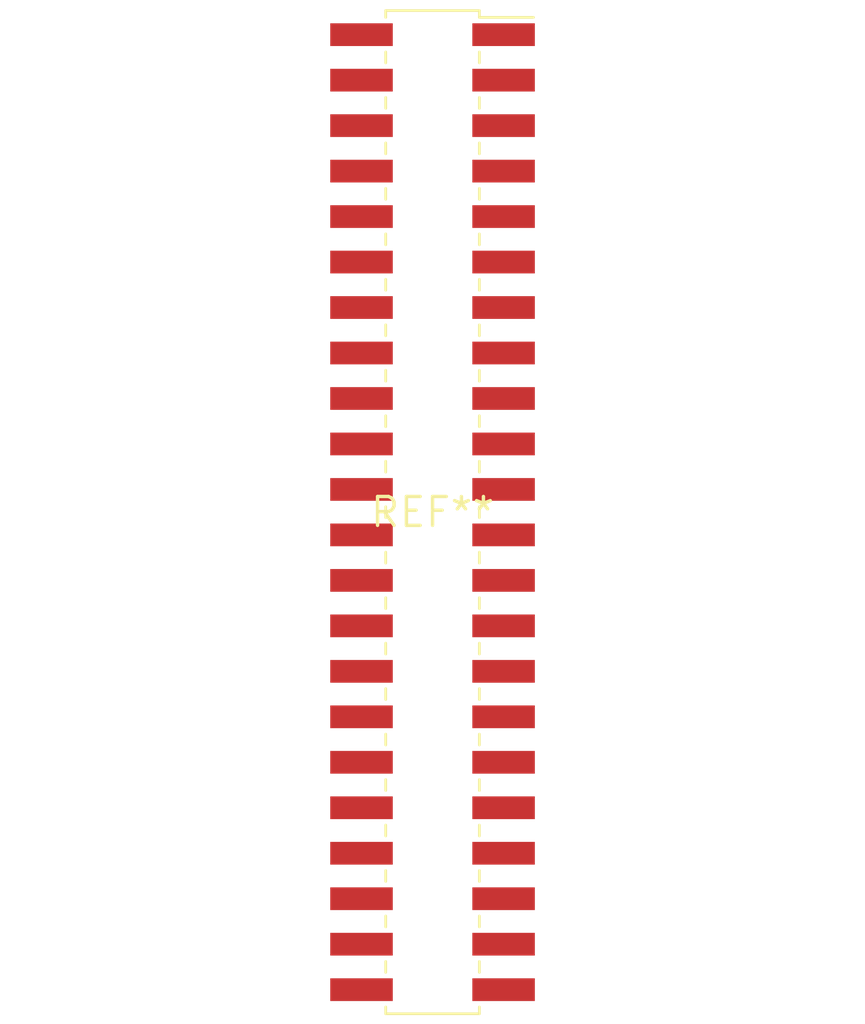
<source format=kicad_pcb>
(kicad_pcb (version 20240108) (generator pcbnew)
  (layers (0 "F.Cu" signal) (31 "B.Cu" signal) (34 "B.Paste" user) (35 "F.Paste" user) (36 "B.SilkS" user "B.Silkscreen") (37 "F.SilkS" user "F.Silkscreen") (38 "B.Mask" user) (39 "F.Mask" user) (44 "Edge.Cuts" user))
  (net 0 "")
  (footprint "PinSocket_2x22_P2.00mm_Vertical_SMD" (layer "F.Cu") (at 0 0)
    (property "Reference" "REF**")
    (property "Value" "PinSocket_2x22_P2.00mm_Vertical_SMD")
    (fp_line (start -2.06 -22.06) (end -2.06 -21.76) (layer "F.SilkS") (stroke (width 0.12)))
    (fp_line (start -2.06 -22.06) (end 2.06 -22.06) (layer "F.SilkS") (stroke (width 0.12)))
    (fp_line (start -2.06 -20.24) (end -2.06 -19.76) (layer "F.SilkS") (stroke (width 0.12)))
    (fp_line (start -2.06 -18.24) (end -2.06 -17.76) (layer "F.SilkS") (stroke (width 0.12)))
    (fp_line (start -2.06 -16.24) (end -2.06 -15.76) (layer "F.SilkS") (stroke (width 0.12)))
    (fp_line (start -2.06 -14.24) (end -2.06 -13.76) (layer "F.SilkS") (stroke (width 0.12)))
    (fp_line (start -2.06 -12.24) (end -2.06 -11.76) (layer "F.SilkS") (stroke (width 0.12)))
    (fp_line (start -2.06 -10.24) (end -2.06 -9.76) (layer "F.SilkS") (stroke (width 0.12)))
    (fp_line (start -2.06 -8.24) (end -2.06 -7.76) (layer "F.SilkS") (stroke (width 0.12)))
    (fp_line (start -2.06 -6.24) (end -2.06 -5.76) (layer "F.SilkS") (stroke (width 0.12)))
    (fp_line (start -2.06 -4.24) (end -2.06 -3.76) (layer "F.SilkS") (stroke (width 0.12)))
    (fp_line (start -2.06 -2.24) (end -2.06 -1.76) (layer "F.SilkS") (stroke (width 0.12)))
    (fp_line (start -2.06 -0.24) (end -2.06 0.24) (layer "F.SilkS") (stroke (width 0.12)))
    (fp_line (start -2.06 1.76) (end -2.06 2.24) (layer "F.SilkS") (stroke (width 0.12)))
    (fp_line (start -2.06 3.76) (end -2.06 4.24) (layer "F.SilkS") (stroke (width 0.12)))
    (fp_line (start -2.06 5.76) (end -2.06 6.24) (layer "F.SilkS") (stroke (width 0.12)))
    (fp_line (start -2.06 7.76) (end -2.06 8.24) (layer "F.SilkS") (stroke (width 0.12)))
    (fp_line (start -2.06 9.76) (end -2.06 10.24) (layer "F.SilkS") (stroke (width 0.12)))
    (fp_line (start -2.06 11.76) (end -2.06 12.24) (layer "F.SilkS") (stroke (width 0.12)))
    (fp_line (start -2.06 13.76) (end -2.06 14.24) (layer "F.SilkS") (stroke (width 0.12)))
    (fp_line (start -2.06 15.76) (end -2.06 16.24) (layer "F.SilkS") (stroke (width 0.12)))
    (fp_line (start -2.06 17.76) (end -2.06 18.24) (layer "F.SilkS") (stroke (width 0.12)))
    (fp_line (start -2.06 19.76) (end -2.06 20.24) (layer "F.SilkS") (stroke (width 0.12)))
    (fp_line (start -2.06 21.76) (end -2.06 22.06) (layer "F.SilkS") (stroke (width 0.12)))
    (fp_line (start -2.06 22.06) (end 2.06 22.06) (layer "F.SilkS") (stroke (width 0.12)))
    (fp_line (start 2.06 -22.06) (end 2.06 -21.76) (layer "F.SilkS") (stroke (width 0.12)))
    (fp_line (start 2.06 -21.76) (end 4.44 -21.76) (layer "F.SilkS") (stroke (width 0.12)))
    (fp_line (start 2.06 -20.24) (end 2.06 -19.76) (layer "F.SilkS") (stroke (width 0.12)))
    (fp_line (start 2.06 -18.24) (end 2.06 -17.76) (layer "F.SilkS") (stroke (width 0.12)))
    (fp_line (start 2.06 -16.24) (end 2.06 -15.76) (layer "F.SilkS") (stroke (width 0.12)))
    (fp_line (start 2.06 -14.24) (end 2.06 -13.76) (layer "F.SilkS") (stroke (width 0.12)))
    (fp_line (start 2.06 -12.24) (end 2.06 -11.76) (layer "F.SilkS") (stroke (width 0.12)))
    (fp_line (start 2.06 -10.24) (end 2.06 -9.76) (layer "F.SilkS") (stroke (width 0.12)))
    (fp_line (start 2.06 -8.24) (end 2.06 -7.76) (layer "F.SilkS") (stroke (width 0.12)))
    (fp_line (start 2.06 -6.24) (end 2.06 -5.76) (layer "F.SilkS") (stroke (width 0.12)))
    (fp_line (start 2.06 -4.24) (end 2.06 -3.76) (layer "F.SilkS") (stroke (width 0.12)))
    (fp_line (start 2.06 -2.24) (end 2.06 -1.76) (layer "F.SilkS") (stroke (width 0.12)))
    (fp_line (start 2.06 -0.24) (end 2.06 0.24) (layer "F.SilkS") (stroke (width 0.12)))
    (fp_line (start 2.06 1.76) (end 2.06 2.24) (layer "F.SilkS") (stroke (width 0.12)))
    (fp_line (start 2.06 3.76) (end 2.06 4.24) (layer "F.SilkS") (stroke (width 0.12)))
    (fp_line (start 2.06 5.76) (end 2.06 6.24) (layer "F.SilkS") (stroke (width 0.12)))
    (fp_line (start 2.06 7.76) (end 2.06 8.24) (layer "F.SilkS") (stroke (width 0.12)))
    (fp_line (start 2.06 9.76) (end 2.06 10.24) (layer "F.SilkS") (stroke (width 0.12)))
    (fp_line (start 2.06 11.76) (end 2.06 12.24) (layer "F.SilkS") (stroke (width 0.12)))
    (fp_line (start 2.06 13.76) (end 2.06 14.24) (layer "F.SilkS") (stroke (width 0.12)))
    (fp_line (start 2.06 15.76) (end 2.06 16.24) (layer "F.SilkS") (stroke (width 0.12)))
    (fp_line (start 2.06 17.76) (end 2.06 18.24) (layer "F.SilkS") (stroke (width 0.12)))
    (fp_line (start 2.06 19.76) (end 2.06 20.24) (layer "F.SilkS") (stroke (width 0.12)))
    (fp_line (start 2.06 21.76) (end 2.06 22.06) (layer "F.SilkS") (stroke (width 0.12)))
    (pad "1" smd rect (at 3.125 -21) (size 2.75 1) (layers "F.Cu" "F.Paste" "F.Mask"))
    (pad "2" smd rect (at -3.125 -21) (size 2.75 1) (layers "F.Cu" "F.Paste" "F.Mask"))
    (pad "3" smd rect (at 3.125 -19) (size 2.75 1) (layers "F.Cu" "F.Paste" "F.Mask"))
    (pad "4" smd rect (at -3.125 -19) (size 2.75 1) (layers "F.Cu" "F.Paste" "F.Mask"))
    (pad "5" smd rect (at 3.125 -17) (size 2.75 1) (layers "F.Cu" "F.Paste" "F.Mask"))
    (pad "6" smd rect (at -3.125 -17) (size 2.75 1) (layers "F.Cu" "F.Paste" "F.Mask"))
    (pad "7" smd rect (at 3.125 -15) (size 2.75 1) (layers "F.Cu" "F.Paste" "F.Mask"))
    (pad "8" smd rect (at -3.125 -15) (size 2.75 1) (layers "F.Cu" "F.Paste" "F.Mask"))
    (pad "9" smd rect (at 3.125 -13) (size 2.75 1) (layers "F.Cu" "F.Paste" "F.Mask"))
    (pad "10" smd rect (at -3.125 -13) (size 2.75 1) (layers "F.Cu" "F.Paste" "F.Mask"))
    (pad "11" smd rect (at 3.125 -11) (size 2.75 1) (layers "F.Cu" "F.Paste" "F.Mask"))
    (pad "12" smd rect (at -3.125 -11) (size 2.75 1) (layers "F.Cu" "F.Paste" "F.Mask"))
    (pad "13" smd rect (at 3.125 -9) (size 2.75 1) (layers "F.Cu" "F.Paste" "F.Mask"))
    (pad "14" smd rect (at -3.125 -9) (size 2.75 1) (layers "F.Cu" "F.Paste" "F.Mask"))
    (pad "15" smd rect (at 3.125 -7) (size 2.75 1) (layers "F.Cu" "F.Paste" "F.Mask"))
    (pad "16" smd rect (at -3.125 -7) (size 2.75 1) (layers "F.Cu" "F.Paste" "F.Mask"))
    (pad "17" smd rect (at 3.125 -5) (size 2.75 1) (layers "F.Cu" "F.Paste" "F.Mask"))
    (pad "18" smd rect (at -3.125 -5) (size 2.75 1) (layers "F.Cu" "F.Paste" "F.Mask"))
    (pad "19" smd rect (at 3.125 -3) (size 2.75 1) (layers "F.Cu" "F.Paste" "F.Mask"))
    (pad "20" smd rect (at -3.125 -3) (size 2.75 1) (layers "F.Cu" "F.Paste" "F.Mask"))
    (pad "21" smd rect (at 3.125 -1) (size 2.75 1) (layers "F.Cu" "F.Paste" "F.Mask"))
    (pad "22" smd rect (at -3.125 -1) (size 2.75 1) (layers "F.Cu" "F.Paste" "F.Mask"))
    (pad "23" smd rect (at 3.125 1) (size 2.75 1) (layers "F.Cu" "F.Paste" "F.Mask"))
    (pad "24" smd rect (at -3.125 1) (size 2.75 1) (layers "F.Cu" "F.Paste" "F.Mask"))
    (pad "25" smd rect (at 3.125 3) (size 2.75 1) (layers "F.Cu" "F.Paste" "F.Mask"))
    (pad "26" smd rect (at -3.125 3) (size 2.75 1) (layers "F.Cu" "F.Paste" "F.Mask"))
    (pad "27" smd rect (at 3.125 5) (size 2.75 1) (layers "F.Cu" "F.Paste" "F.Mask"))
    (pad "28" smd rect (at -3.125 5) (size 2.75 1) (layers "F.Cu" "F.Paste" "F.Mask"))
    (pad "29" smd rect (at 3.125 7) (size 2.75 1) (layers "F.Cu" "F.Paste" "F.Mask"))
    (pad "30" smd rect (at -3.125 7) (size 2.75 1) (layers "F.Cu" "F.Paste" "F.Mask"))
    (pad "31" smd rect (at 3.125 9) (size 2.75 1) (layers "F.Cu" "F.Paste" "F.Mask"))
    (pad "32" smd rect (at -3.125 9) (size 2.75 1) (layers "F.Cu" "F.Paste" "F.Mask"))
    (pad "33" smd rect (at 3.125 11) (size 2.75 1) (layers "F.Cu" "F.Paste" "F.Mask"))
    (pad "34" smd rect (at -3.125 11) (size 2.75 1) (layers "F.Cu" "F.Paste" "F.Mask"))
    (pad "35" smd rect (at 3.125 13) (size 2.75 1) (layers "F.Cu" "F.Paste" "F.Mask"))
    (pad "36" smd rect (at -3.125 13) (size 2.75 1) (layers "F.Cu" "F.Paste" "F.Mask"))
    (pad "37" smd rect (at 3.125 15) (size 2.75 1) (layers "F.Cu" "F.Paste" "F.Mask"))
    (pad "38" smd rect (at -3.125 15) (size 2.75 1) (layers "F.Cu" "F.Paste" "F.Mask"))
    (pad "39" smd rect (at 3.125 17) (size 2.75 1) (layers "F.Cu" "F.Paste" "F.Mask"))
    (pad "40" smd rect (at -3.125 17) (size 2.75 1) (layers "F.Cu" "F.Paste" "F.Mask"))
    (pad "41" smd rect (at 3.125 19) (size 2.75 1) (layers "F.Cu" "F.Paste" "F.Mask"))
    (pad "42" smd rect (at -3.125 19) (size 2.75 1) (layers "F.Cu" "F.Paste" "F.Mask"))
    (pad "43" smd rect (at 3.125 21) (size 2.75 1) (layers "F.Cu" "F.Paste" "F.Mask"))
    (pad "44" smd rect (at -3.125 21) (size 2.75 1) (layers "F.Cu" "F.Paste" "F.Mask"))
  )
)
</source>
